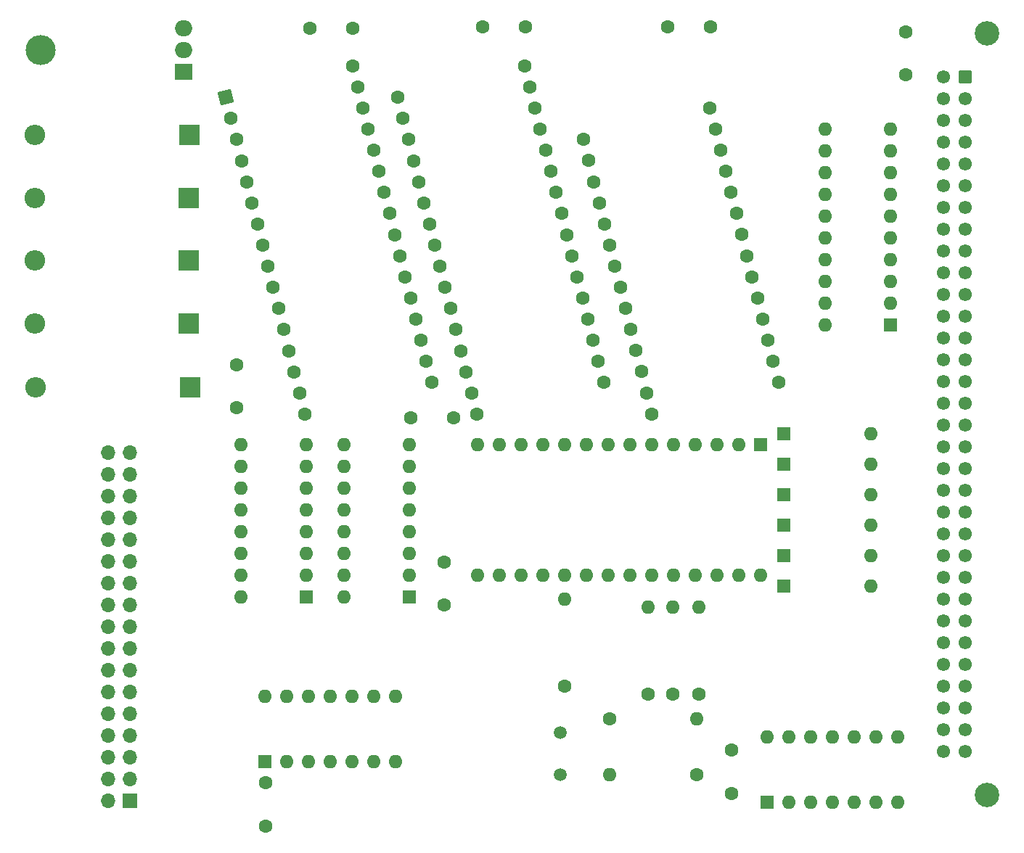
<source format=gbr>
%TF.GenerationSoftware,KiCad,Pcbnew,9.0.0*%
%TF.CreationDate,2025-03-11T15:51:22-04:00*%
%TF.ProjectId,BidenCard,42696465-6e43-4617-9264-2e6b69636164,rev?*%
%TF.SameCoordinates,Original*%
%TF.FileFunction,Soldermask,Top*%
%TF.FilePolarity,Negative*%
%FSLAX46Y46*%
G04 Gerber Fmt 4.6, Leading zero omitted, Abs format (unit mm)*
G04 Created by KiCad (PCBNEW 9.0.0) date 2025-03-11 15:51:22*
%MOMM*%
%LPD*%
G01*
G04 APERTURE LIST*
G04 Aperture macros list*
%AMRoundRect*
0 Rectangle with rounded corners*
0 $1 Rounding radius*
0 $2 $3 $4 $5 $6 $7 $8 $9 X,Y pos of 4 corners*
0 Add a 4 corners polygon primitive as box body*
4,1,4,$2,$3,$4,$5,$6,$7,$8,$9,$2,$3,0*
0 Add four circle primitives for the rounded corners*
1,1,$1+$1,$2,$3*
1,1,$1+$1,$4,$5*
1,1,$1+$1,$6,$7*
1,1,$1+$1,$8,$9*
0 Add four rect primitives between the rounded corners*
20,1,$1+$1,$2,$3,$4,$5,0*
20,1,$1+$1,$4,$5,$6,$7,0*
20,1,$1+$1,$6,$7,$8,$9,0*
20,1,$1+$1,$8,$9,$2,$3,0*%
%AMHorizOval*
0 Thick line with rounded ends*
0 $1 width*
0 $2 $3 position (X,Y) of the first rounded end (center of the circle)*
0 $4 $5 position (X,Y) of the second rounded end (center of the circle)*
0 Add line between two ends*
20,1,$1,$2,$3,$4,$5,0*
0 Add two circle primitives to create the rounded ends*
1,1,$1,$2,$3*
1,1,$1,$4,$5*%
%AMRotRect*
0 Rectangle, with rotation*
0 The origin of the aperture is its center*
0 $1 length*
0 $2 width*
0 $3 Rotation angle, in degrees counterclockwise*
0 Add horizontal line*
21,1,$1,$2,0,0,$3*%
G04 Aperture macros list end*
%ADD10R,1.600000X1.600000*%
%ADD11O,1.600000X1.600000*%
%ADD12C,1.600000*%
%ADD13HorizOval,1.600000X0.000000X0.000000X0.000000X0.000000X0*%
%ADD14C,1.500000*%
%ADD15R,2.400000X2.400000*%
%ADD16O,2.400000X2.400000*%
%ADD17R,1.700000X1.700000*%
%ADD18O,1.700000X1.700000*%
%ADD19C,2.850000*%
%ADD20RoundRect,0.249999X-0.525001X0.525001X-0.525001X-0.525001X0.525001X-0.525001X0.525001X0.525001X0*%
%ADD21C,1.550000*%
%ADD22RotRect,1.600000X1.600000X14.000000*%
%ADD23O,3.500000X3.500000*%
%ADD24R,2.000000X1.905000*%
%ADD25O,2.000000X1.905000*%
G04 APERTURE END LIST*
D10*
%TO.C,D1*%
X163271200Y-94721200D03*
D11*
X173431200Y-94721200D03*
%TD*%
D12*
%TO.C,R7*%
X150368000Y-125095000D03*
D11*
X150368000Y-114935000D03*
%TD*%
D10*
%TO.C,D3*%
X163271200Y-101821200D03*
D11*
X173431200Y-101821200D03*
%TD*%
D12*
%TO.C,R6*%
X143002000Y-128016000D03*
D11*
X153162000Y-128016000D03*
%TD*%
D12*
%TO.C,R5*%
X153162000Y-134518400D03*
D11*
X143002000Y-134518400D03*
%TD*%
D12*
%TO.C,U4*%
X118244083Y-55445721D03*
D13*
X118858565Y-57910272D03*
X119473046Y-60374823D03*
X120087528Y-62839374D03*
X120702008Y-65303926D03*
X121316491Y-67768477D03*
X121930973Y-70233028D03*
X122545454Y-72697579D03*
X123159936Y-75162130D03*
X123774419Y-77626681D03*
X124388899Y-80091232D03*
X125003381Y-82555784D03*
X125617862Y-85020335D03*
X126232344Y-87484886D03*
X126846826Y-89949437D03*
X127461307Y-92413988D03*
X142248614Y-88727098D03*
X141634132Y-86262547D03*
X141019651Y-83797996D03*
X140405169Y-81333445D03*
X139790688Y-78868894D03*
X139176206Y-76404343D03*
X138561724Y-73939792D03*
X137947243Y-71475240D03*
X137332761Y-69010689D03*
X136718280Y-66546138D03*
X136103798Y-64081587D03*
X135489316Y-61617036D03*
X134874835Y-59152485D03*
X134260353Y-56687934D03*
X133645871Y-54223381D03*
X133031390Y-51758831D03*
%TD*%
D10*
%TO.C,U13*%
X160568800Y-95956200D03*
D11*
X158028800Y-95956200D03*
X155488800Y-95956200D03*
X152948800Y-95956200D03*
X150408800Y-95956200D03*
X147868800Y-95956200D03*
X145328800Y-95956200D03*
X142788800Y-95956200D03*
X140248800Y-95956200D03*
X137708800Y-95956200D03*
X135168800Y-95956200D03*
X132628800Y-95956200D03*
X130088800Y-95956200D03*
X127548800Y-95956200D03*
X127548800Y-111196200D03*
X130088800Y-111196200D03*
X132628800Y-111196200D03*
X135168800Y-111196200D03*
X137708800Y-111196200D03*
X140248800Y-111196200D03*
X142788800Y-111196200D03*
X145328800Y-111196200D03*
X147868800Y-111196200D03*
X150408800Y-111196200D03*
X152948800Y-111196200D03*
X155488800Y-111196200D03*
X158028800Y-111196200D03*
X160568800Y-111196200D03*
%TD*%
D10*
%TO.C,D7*%
X163271200Y-108921200D03*
D11*
X173431200Y-108921200D03*
%TD*%
D10*
%TO.C,U1*%
X175707200Y-81986200D03*
D11*
X175707200Y-79446200D03*
X175707200Y-76906200D03*
X175707200Y-74366200D03*
X175707200Y-71826200D03*
X175707200Y-69286200D03*
X175707200Y-66746200D03*
X175707200Y-64206200D03*
X175707200Y-61666200D03*
X175707200Y-59126200D03*
X168087200Y-59126200D03*
X168087200Y-61666200D03*
X168087200Y-64206200D03*
X168087200Y-66746200D03*
X168087200Y-69286200D03*
X168087200Y-71826200D03*
X168087200Y-74366200D03*
X168087200Y-76906200D03*
X168087200Y-79446200D03*
X168087200Y-81986200D03*
%TD*%
D12*
%TO.C,C19*%
X102819200Y-140472800D03*
X102819200Y-135472800D03*
%TD*%
D10*
%TO.C,D8*%
X163271200Y-112471200D03*
D11*
X173431200Y-112471200D03*
%TD*%
D14*
%TO.C,Y1*%
X137210800Y-134530000D03*
X137210800Y-129630000D03*
%TD*%
D12*
%TO.C,C22*%
X157226000Y-131662800D03*
X157226000Y-136662800D03*
%TD*%
%TO.C,R10*%
X147421600Y-125095000D03*
D11*
X147421600Y-114935000D03*
%TD*%
D10*
%TO.C,D6*%
X163271200Y-105371200D03*
D11*
X173431200Y-105371200D03*
%TD*%
D15*
%TO.C,C24*%
X93886800Y-67151700D03*
D16*
X75886800Y-67151700D03*
%TD*%
D12*
%TO.C,C1*%
X154747600Y-47244000D03*
X149747600Y-47244000D03*
%TD*%
D10*
%TO.C,D2*%
X163271200Y-98271200D03*
D11*
X173431200Y-98271200D03*
%TD*%
D15*
%TO.C,C23*%
X93886800Y-74486700D03*
D16*
X75886800Y-74486700D03*
%TD*%
D17*
%TO.C,J2*%
X86995000Y-137541000D03*
D18*
X84455000Y-137541000D03*
X86995000Y-135001000D03*
X84455000Y-135001000D03*
X86995000Y-132461000D03*
X84455000Y-132461000D03*
X86995000Y-129921000D03*
X84455000Y-129921000D03*
X86995000Y-127381000D03*
X84455000Y-127381000D03*
X86995000Y-124841000D03*
X84455000Y-124841000D03*
X86995000Y-122301000D03*
X84455000Y-122301000D03*
X86995000Y-119761000D03*
X84455000Y-119761000D03*
X86995000Y-117221000D03*
X84455000Y-117221000D03*
X86995000Y-114681000D03*
X84455000Y-114681000D03*
X86995000Y-112141000D03*
X84455000Y-112141000D03*
X86995000Y-109601000D03*
X84455000Y-109601000D03*
X86995000Y-107061000D03*
X84455000Y-107061000D03*
X86995000Y-104521000D03*
X84455000Y-104521000D03*
X86995000Y-101981000D03*
X84455000Y-101981000D03*
X86995000Y-99441000D03*
X84455000Y-99441000D03*
X86995000Y-96901000D03*
X84455000Y-96901000D03*
%TD*%
D10*
%TO.C,U16*%
X119573200Y-113777000D03*
D11*
X119573200Y-111237000D03*
X119573200Y-108697000D03*
X119573200Y-106157000D03*
X119573200Y-103617000D03*
X119573200Y-101077000D03*
X119573200Y-98537000D03*
X119573200Y-95997000D03*
X111953200Y-95997000D03*
X111953200Y-98537000D03*
X111953200Y-101077000D03*
X111953200Y-103617000D03*
X111953200Y-106157000D03*
X111953200Y-108697000D03*
X111953200Y-111237000D03*
X111953200Y-113777000D03*
%TD*%
D12*
%TO.C,R8*%
X137718800Y-124155200D03*
D11*
X137718800Y-113995200D03*
%TD*%
D12*
%TO.C,C18*%
X123647200Y-114666400D03*
X123647200Y-109666400D03*
%TD*%
D15*
%TO.C,C14*%
X93937600Y-59856300D03*
D16*
X75937600Y-59856300D03*
%TD*%
D12*
%TO.C,C10*%
X128106800Y-47244000D03*
X133106800Y-47244000D03*
%TD*%
D19*
%TO.C,J1*%
X187021476Y-48012074D03*
X187021476Y-136912074D03*
D20*
X184481476Y-53092074D03*
D21*
X184481476Y-55632074D03*
X184481476Y-58172074D03*
X184481476Y-60712074D03*
X184481476Y-63252074D03*
X184481476Y-65792074D03*
X184481476Y-68332074D03*
X184481476Y-70872074D03*
X184481476Y-73412074D03*
X184481476Y-75952074D03*
X184481476Y-78492074D03*
X184481476Y-81032074D03*
X184481476Y-83572074D03*
X184481476Y-86112074D03*
X184481476Y-88652074D03*
X184481476Y-91192074D03*
X184481476Y-93732074D03*
X184481476Y-96272074D03*
X184481476Y-98812074D03*
X184481476Y-101352074D03*
X184481476Y-103892074D03*
X184481476Y-106432074D03*
X184481476Y-108972074D03*
X184481476Y-111512074D03*
X184481476Y-114052074D03*
X184481476Y-116592074D03*
X184481476Y-119132074D03*
X184481476Y-121672074D03*
X184481476Y-124212074D03*
X184481476Y-126752074D03*
X184481476Y-129292074D03*
X184481476Y-131832074D03*
X181941476Y-53092074D03*
X181941476Y-55632074D03*
X181941476Y-58172074D03*
X181941476Y-60712074D03*
X181941476Y-63252074D03*
X181941476Y-65792074D03*
X181941476Y-68332074D03*
X181941476Y-70872074D03*
X181941476Y-73412074D03*
X181941476Y-75952074D03*
X181941476Y-78492074D03*
X181941476Y-81032074D03*
X181941476Y-83572074D03*
X181941476Y-86112074D03*
X181941476Y-88652074D03*
X181941476Y-91192074D03*
X181941476Y-93732074D03*
X181941476Y-96272074D03*
X181941476Y-98812074D03*
X181941476Y-101352074D03*
X181941476Y-103892074D03*
X181941476Y-106432074D03*
X181941476Y-108972074D03*
X181941476Y-111512074D03*
X181941476Y-114052074D03*
X181941476Y-116592074D03*
X181941476Y-119132074D03*
X181941476Y-121672074D03*
X181941476Y-124212074D03*
X181941476Y-126752074D03*
X181941476Y-129292074D03*
X181941476Y-131832074D03*
%TD*%
D12*
%TO.C,C21*%
X124801000Y-92862400D03*
X119801000Y-92862400D03*
%TD*%
%TO.C,C12*%
X112990000Y-47345600D03*
X107990000Y-47345600D03*
%TD*%
D15*
%TO.C,C25*%
X93988400Y-89269500D03*
D16*
X75988400Y-89269500D03*
%TD*%
D12*
%TO.C,C17*%
X99441000Y-86654000D03*
X99441000Y-91654000D03*
%TD*%
%TO.C,R9*%
X153365200Y-125095000D03*
D11*
X153365200Y-114935000D03*
%TD*%
D22*
%TO.C,U2*%
X98178083Y-55445721D03*
D13*
X98792565Y-57910272D03*
X99407046Y-60374823D03*
X100021528Y-62839374D03*
X100636008Y-65303926D03*
X101250491Y-67768477D03*
X101864973Y-70233028D03*
X102479454Y-72697579D03*
X103093936Y-75162130D03*
X103708419Y-77626681D03*
X104322899Y-80091232D03*
X104937381Y-82555784D03*
X105551862Y-85020335D03*
X106166344Y-87484886D03*
X106780826Y-89949437D03*
X107395307Y-92413988D03*
X122182614Y-88727098D03*
X121568132Y-86262547D03*
X120953651Y-83797996D03*
X120339169Y-81333445D03*
X119724688Y-78868894D03*
X119110206Y-76404343D03*
X118495724Y-73939792D03*
X117881243Y-71475240D03*
X117266761Y-69010689D03*
X116652280Y-66546138D03*
X116037798Y-64081587D03*
X115423316Y-61617036D03*
X114808835Y-59152485D03*
X114194353Y-56687934D03*
X113579871Y-54223381D03*
X112965390Y-51758831D03*
%TD*%
D12*
%TO.C,C13*%
X177546000Y-52792000D03*
X177546000Y-47792000D03*
%TD*%
D23*
%TO.C,U18*%
X76591476Y-49885600D03*
D24*
X93251476Y-52425600D03*
D25*
X93251476Y-49885600D03*
X93251476Y-47345600D03*
%TD*%
D15*
%TO.C,C16*%
X93886800Y-81821700D03*
D16*
X75886800Y-81821700D03*
%TD*%
D10*
%TO.C,U3*%
X161335800Y-137708800D03*
D11*
X163875800Y-137708800D03*
X166415800Y-137708800D03*
X168955800Y-137708800D03*
X171495800Y-137708800D03*
X174035800Y-137708800D03*
X176575800Y-137708800D03*
X176575800Y-130088800D03*
X174035800Y-130088800D03*
X171495800Y-130088800D03*
X168955800Y-130088800D03*
X166415800Y-130088800D03*
X163875800Y-130088800D03*
X161335800Y-130088800D03*
%TD*%
D10*
%TO.C,U15*%
X102712600Y-132984400D03*
D11*
X105252600Y-132984400D03*
X107792600Y-132984400D03*
X110332600Y-132984400D03*
X112872600Y-132984400D03*
X115412600Y-132984400D03*
X117952600Y-132984400D03*
X117952600Y-125364400D03*
X115412600Y-125364400D03*
X112872600Y-125364400D03*
X110332600Y-125364400D03*
X107792600Y-125364400D03*
X105252600Y-125364400D03*
X102712600Y-125364400D03*
%TD*%
D12*
%TO.C,U14*%
X139892184Y-60358375D03*
D13*
X140506666Y-62822926D03*
X141121147Y-65287477D03*
X141735629Y-67752028D03*
X142350109Y-70216580D03*
X142964592Y-72681131D03*
X143579074Y-75145682D03*
X144193555Y-77610233D03*
X144808037Y-80074784D03*
X145422520Y-82539335D03*
X146037000Y-85003886D03*
X146651482Y-87468438D03*
X147265963Y-89932989D03*
X147880445Y-92397540D03*
X162667752Y-88710650D03*
X162053270Y-86246099D03*
X161438789Y-83781548D03*
X160824307Y-81316997D03*
X160209825Y-78852446D03*
X159595344Y-76387894D03*
X158980862Y-73923343D03*
X158366381Y-71458792D03*
X157751899Y-68994241D03*
X157137417Y-66529690D03*
X156522936Y-64065139D03*
X155908454Y-61600588D03*
X155293972Y-59136035D03*
X154679491Y-56671485D03*
%TD*%
D10*
%TO.C,U17*%
X107533600Y-113777000D03*
D11*
X107533600Y-111237000D03*
X107533600Y-108697000D03*
X107533600Y-106157000D03*
X107533600Y-103617000D03*
X107533600Y-101077000D03*
X107533600Y-98537000D03*
X107533600Y-95997000D03*
X99913600Y-95997000D03*
X99913600Y-98537000D03*
X99913600Y-101077000D03*
X99913600Y-103617000D03*
X99913600Y-106157000D03*
X99913600Y-108697000D03*
X99913600Y-111237000D03*
X99913600Y-113777000D03*
%TD*%
M02*

</source>
